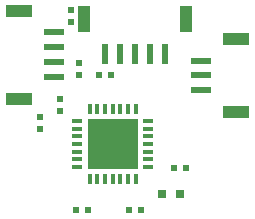
<source format=gbp>
%FSAX24Y24*%
%MOIN*%
G70*
G01*
G75*
G04 Layer_Color=128*
%ADD10R,0.0866X0.0394*%
%ADD11R,0.0669X0.0236*%
%ADD12R,0.0236X0.0197*%
%ADD13R,0.0630X0.0551*%
%ADD14R,0.0169X0.0433*%
%ADD15R,0.0197X0.0217*%
%ADD16R,0.0354X0.0472*%
%ADD17R,0.0787X0.0236*%
%ADD18C,0.0080*%
%ADD19C,0.0400*%
%ADD20C,0.0160*%
%ADD21C,0.0598*%
%ADD22C,0.0181*%
%ADD23R,0.0236X0.0669*%
%ADD24R,0.0394X0.0866*%
%ADD25R,0.0217X0.0197*%
%ADD26R,0.0197X0.0236*%
%ADD27R,0.0315X0.0295*%
%ADD28R,0.1654X0.1654*%
%ADD29R,0.0335X0.0157*%
%ADD30R,0.0157X0.0335*%
%ADD31C,0.0100*%
%ADD32C,0.0138*%
%ADD33C,0.0098*%
%ADD34C,0.0051*%
%ADD35C,0.0079*%
%ADD36C,0.0050*%
%ADD37R,0.0908X0.0436*%
%ADD38R,0.0711X0.0278*%
%ADD39R,0.0278X0.0239*%
%ADD40R,0.0709X0.0630*%
%ADD41R,0.0209X0.0472*%
%ADD42R,0.0239X0.0259*%
%ADD43R,0.0396X0.0514*%
%ADD44R,0.0829X0.0278*%
%ADD45C,0.0640*%
%ADD46R,0.0278X0.0711*%
%ADD47R,0.0436X0.0908*%
%ADD48R,0.0259X0.0239*%
%ADD49R,0.0239X0.0278*%
%ADD50R,0.0357X0.0337*%
%ADD51R,0.1696X0.1696*%
%ADD52R,0.0377X0.0199*%
%ADD53R,0.0199X0.0377*%
%ADD54C,0.0223*%
D10*
X010639Y014222D02*
D03*
Y017155D02*
D03*
X017861Y013772D02*
D03*
Y016213D02*
D03*
D11*
X011800Y014950D02*
D03*
Y015934D02*
D03*
Y015442D02*
D03*
Y016426D02*
D03*
X016700Y014992D02*
D03*
Y014500D02*
D03*
Y015484D02*
D03*
D12*
X012359Y017168D02*
D03*
Y016774D02*
D03*
X012000Y013803D02*
D03*
Y014197D02*
D03*
D15*
X016207Y011900D02*
D03*
X015793D02*
D03*
D23*
X014996Y015710D02*
D03*
X014012D02*
D03*
X014504D02*
D03*
X013520D02*
D03*
X015489D02*
D03*
D24*
X012792Y016871D02*
D03*
X016217D02*
D03*
D25*
X012650Y015407D02*
D03*
Y014993D02*
D03*
X011350Y013193D02*
D03*
Y013607D02*
D03*
D26*
X014303Y010500D02*
D03*
X014697D02*
D03*
X013697Y015000D02*
D03*
X013303D02*
D03*
X012553Y010500D02*
D03*
X012947D02*
D03*
D27*
X015995Y011050D02*
D03*
X015405D02*
D03*
D28*
X013758Y012709D02*
D03*
D29*
X012577Y013477D02*
D03*
Y013221D02*
D03*
Y012965D02*
D03*
Y012709D02*
D03*
Y012453D02*
D03*
Y012197D02*
D03*
Y011941D02*
D03*
X014939Y013477D02*
D03*
Y013221D02*
D03*
Y012965D02*
D03*
Y012709D02*
D03*
Y012453D02*
D03*
Y012197D02*
D03*
Y011941D02*
D03*
D30*
X014525Y013890D02*
D03*
X014270D02*
D03*
X014014D02*
D03*
X013758D02*
D03*
X013502D02*
D03*
X013246D02*
D03*
X012990D02*
D03*
Y011528D02*
D03*
X013246D02*
D03*
X013502D02*
D03*
X013758D02*
D03*
X014014D02*
D03*
X014270D02*
D03*
X014525D02*
D03*
M02*

</source>
